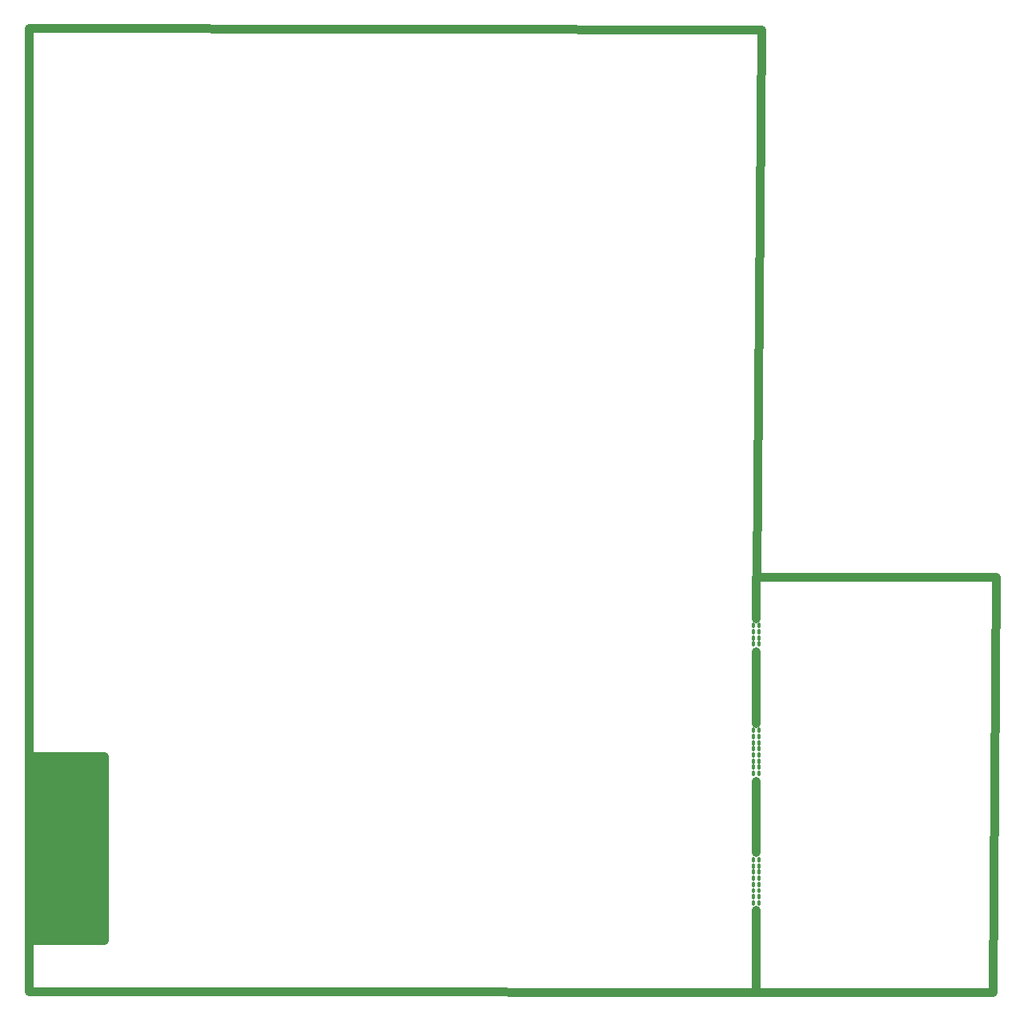
<source format=gko>
G04*
G04 #@! TF.GenerationSoftware,Altium Limited,Altium Designer,20.0.10 (225)*
G04*
G04 Layer_Color=16711935*
%FSLAX25Y25*%
%MOIN*%
G70*
G01*
G75*
%ADD15C,0.01181*%
%ADD226C,0.03543*%
D15*
X300000Y40551D02*
Y41535D01*
X297638Y40551D02*
Y41535D01*
Y37992D02*
Y38976D01*
X300000Y37992D02*
Y38976D01*
X297638Y35433D02*
Y36417D01*
X300000Y35433D02*
Y36417D01*
X297638Y32874D02*
Y33858D01*
X300000Y32874D02*
Y33858D01*
X297638Y43110D02*
Y44094D01*
X300000Y43110D02*
Y44094D01*
Y45669D02*
Y46654D01*
X297638Y45669D02*
Y46654D01*
X300000Y48228D02*
Y49213D01*
X297638Y48228D02*
Y49213D01*
X300000Y50787D02*
Y51772D01*
X297638Y50787D02*
Y51772D01*
X300000Y94488D02*
Y95472D01*
X297638Y94488D02*
Y95472D01*
Y91929D02*
Y92913D01*
X300000Y91929D02*
Y92913D01*
X297638Y89370D02*
Y90354D01*
X300000Y89370D02*
Y90354D01*
X297638Y86811D02*
Y87795D01*
X300000Y86811D02*
Y87795D01*
X297638Y97047D02*
Y98032D01*
X300000Y97047D02*
Y98032D01*
Y99606D02*
Y100591D01*
X297638Y99606D02*
Y100591D01*
X300000Y102165D02*
Y103150D01*
X297638Y102165D02*
Y103150D01*
X300000Y104724D02*
Y105709D01*
X297638Y104724D02*
Y105709D01*
X300000Y140748D02*
Y141732D01*
X297638Y140748D02*
Y141732D01*
X300000Y143307D02*
Y144291D01*
X297638Y143307D02*
Y144291D01*
X300000Y145866D02*
Y146850D01*
X297638Y145866D02*
Y146850D01*
Y148425D02*
Y149409D01*
X300000Y148425D02*
Y149409D01*
D226*
X299213Y169291D02*
X301181Y397264D01*
X25591Y19685D02*
Y92520D01*
X23622Y19685D02*
X25591D01*
X23622D02*
Y94488D01*
X21654D02*
X23622D01*
X21654Y17717D02*
Y94488D01*
X19685Y17717D02*
X21654D01*
X19685D02*
Y94488D01*
X17717D02*
X19685D01*
X17717Y17717D02*
Y94488D01*
X15748Y17717D02*
X17717D01*
X15748D02*
Y94488D01*
X13780D02*
X15748D01*
X13780Y17717D02*
Y94488D01*
X11811Y17717D02*
X13780D01*
X11811D02*
Y94488D01*
X9843D02*
X11811D01*
X9843Y17717D02*
Y94488D01*
X7874Y17717D02*
X9843D01*
X7874D02*
Y94488D01*
X5906D02*
X7874D01*
X5906Y17717D02*
Y94488D01*
X3937Y17717D02*
X5906D01*
X3937D02*
Y94488D01*
X1969D02*
X3937D01*
X1969Y17717D02*
Y94488D01*
X0Y17717D02*
X1969D01*
X0D02*
Y94488D01*
X-1969D02*
X0D01*
X-1969Y17717D02*
Y94488D01*
X-3937Y17717D02*
X0D01*
X-3937D02*
Y94488D01*
X298819Y169291D02*
X398754D01*
X397570Y-3949D02*
X398754Y169291D01*
X-3937Y94488D02*
Y397661D01*
Y94488D02*
X27559D01*
Y17717D02*
Y94488D01*
X-3937Y17717D02*
X27559D01*
X-3937D02*
X-3937Y-3553D01*
X397570Y-3949D01*
X-3937Y397661D02*
X301181Y397264D01*
X298819Y-1969D02*
Y15354D01*
Y30315D01*
Y54331D02*
Y69291D01*
Y84252D01*
Y108268D02*
Y123228D01*
Y138189D01*
Y151969D02*
Y169291D01*
M02*

</source>
